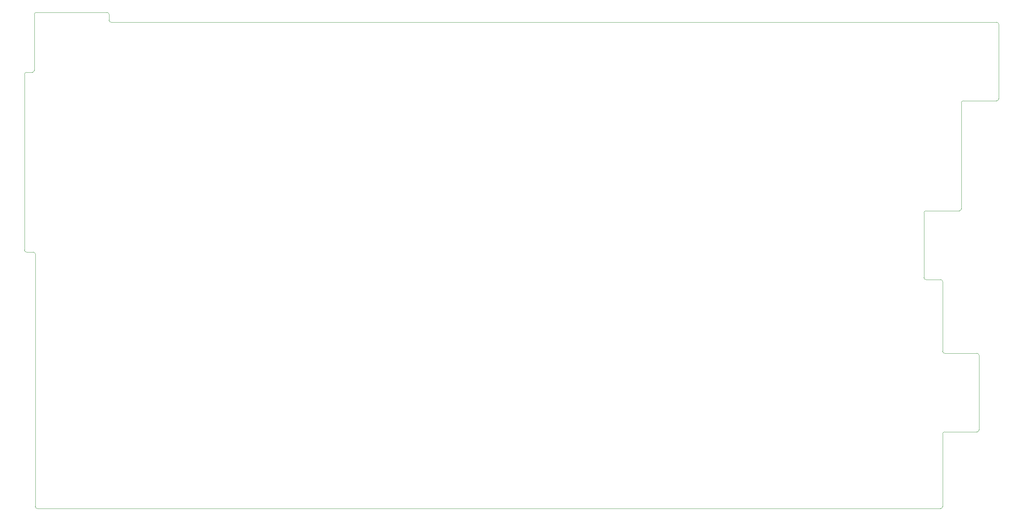
<source format=gm1>
G04 #@! TF.GenerationSoftware,KiCad,Pcbnew,(5.1.4)-1*
G04 #@! TF.CreationDate,2019-10-25T22:15:33-04:00*
G04 #@! TF.ProjectId,Keyboard - Left,4b657962-6f61-4726-9420-2d204c656674,rev?*
G04 #@! TF.SameCoordinates,Original*
G04 #@! TF.FileFunction,Profile,NP*
%FSLAX46Y46*%
G04 Gerber Fmt 4.6, Leading zero omitted, Abs format (unit mm)*
G04 Created by KiCad (PCBNEW (5.1.4)-1) date 2019-10-25 22:15:33*
%MOMM*%
%LPD*%
G04 APERTURE LIST*
%ADD10C,0.050000*%
G04 APERTURE END LIST*
D10*
X28448000Y-156464000D02*
G75*
G02X27940000Y-155956000I0J508000D01*
G01*
X262382000Y-155956000D02*
G75*
G02X261874000Y-156464000I-508000J0D01*
G01*
X262382000Y-137160000D02*
G75*
G02X262890000Y-136652000I508000J0D01*
G01*
X271780000Y-136144000D02*
G75*
G02X271272000Y-136652000I-508000J0D01*
G01*
X271272000Y-116332000D02*
G75*
G02X271780000Y-116840000I0J-508000D01*
G01*
X262890000Y-116332000D02*
G75*
G02X262382000Y-115824000I0J508000D01*
G01*
X261874000Y-97282000D02*
G75*
G02X262382000Y-97790000I0J-508000D01*
G01*
X258064000Y-97282000D02*
G75*
G02X257556000Y-96774000I0J508000D01*
G01*
X257556000Y-80010000D02*
G75*
G02X258064000Y-79502000I508000J0D01*
G01*
X267208000Y-78994000D02*
G75*
G02X266700000Y-79502000I-508000J0D01*
G01*
X267208000Y-51562000D02*
G75*
G02X267716000Y-51054000I508000J0D01*
G01*
X276860000Y-50546000D02*
G75*
G02X276352000Y-51054000I-508000J0D01*
G01*
X276352000Y-30734000D02*
G75*
G02X276860000Y-31242000I0J-508000D01*
G01*
X276352000Y-30734000D02*
X255778000Y-30734000D01*
X228854000Y-30734000D02*
X255778000Y-30734000D01*
X206756000Y-30734000D02*
X228854000Y-30734000D01*
X182880000Y-30734000D02*
X206756000Y-30734000D01*
X159512000Y-30734000D02*
X182880000Y-30734000D01*
X137160000Y-30734000D02*
X159512000Y-30734000D01*
X113792000Y-30734000D02*
X137160000Y-30734000D01*
X90932000Y-30734000D02*
X113792000Y-30734000D01*
X70358000Y-30734000D02*
X90932000Y-30734000D01*
X47498000Y-30734000D02*
X70358000Y-30734000D01*
X47498000Y-30734000D02*
G75*
G02X46990000Y-30226000I0J508000D01*
G01*
X46482000Y-28194000D02*
G75*
G02X46990000Y-28702000I0J-508000D01*
G01*
X27686000Y-28702000D02*
G75*
G02X28194000Y-28194000I508000J0D01*
G01*
X27686000Y-43180000D02*
G75*
G02X27178000Y-43688000I-508000J0D01*
G01*
X25146000Y-44196000D02*
G75*
G02X25654000Y-43688000I508000J0D01*
G01*
X27432000Y-90170000D02*
G75*
G02X27940000Y-90678000I0J-508000D01*
G01*
X25654000Y-90170000D02*
G75*
G02X25146000Y-89662000I0J508000D01*
G01*
X25146000Y-89662000D02*
X25146000Y-84836000D01*
X27432000Y-90170000D02*
X25654000Y-90170000D01*
X27940000Y-155956000D02*
X27940000Y-90678000D01*
X247396000Y-156464000D02*
X28448000Y-156464000D01*
X247396000Y-156464000D02*
X261874000Y-156464000D01*
X262382000Y-137160000D02*
X262382000Y-155956000D01*
X271272000Y-136652000D02*
X262890000Y-136652000D01*
X271780000Y-116840000D02*
X271780000Y-136144000D01*
X262890000Y-116332000D02*
X271272000Y-116332000D01*
X262382000Y-97790000D02*
X262382000Y-115824000D01*
X258064000Y-97282000D02*
X261874000Y-97282000D01*
X257556000Y-80010000D02*
X257556000Y-96774000D01*
X266700000Y-79502000D02*
X258064000Y-79502000D01*
X267208000Y-51562000D02*
X267208000Y-78994000D01*
X276352000Y-51054000D02*
X267716000Y-51054000D01*
X276860000Y-31242000D02*
X276860000Y-50546000D01*
X46990000Y-28702000D02*
X46990000Y-30226000D01*
X28194000Y-28194000D02*
X46482000Y-28194000D01*
X27686000Y-43180000D02*
X27686000Y-28702000D01*
X25654000Y-43688000D02*
X27178000Y-43688000D01*
X25146000Y-84836000D02*
X25146000Y-44196000D01*
M02*

</source>
